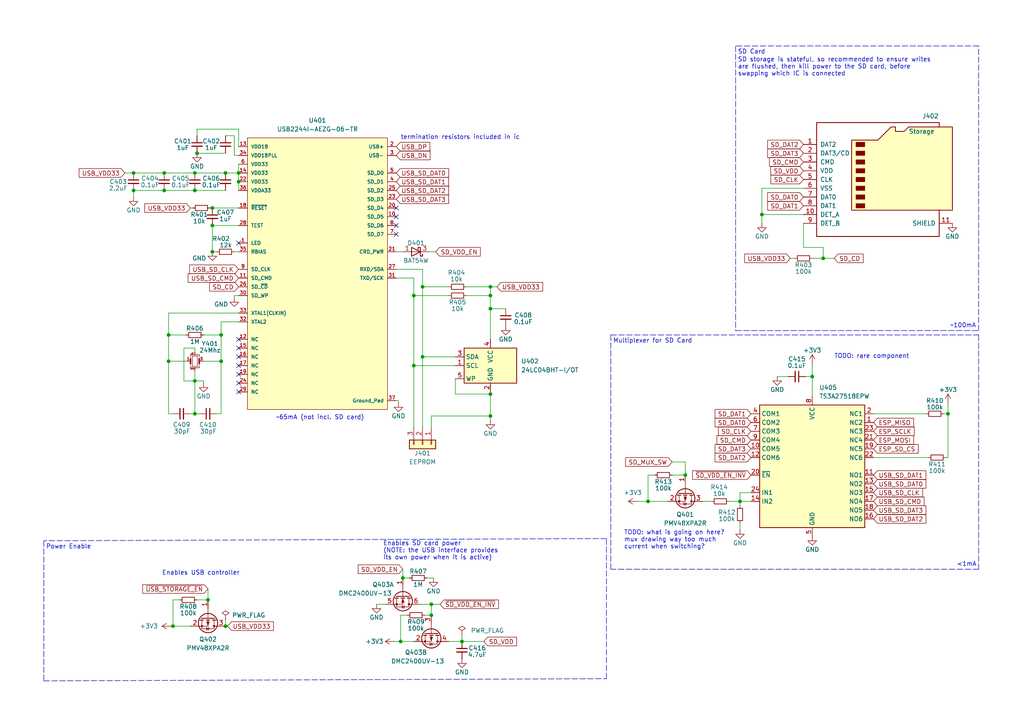
<source format=kicad_sch>
(kicad_sch (version 20211123) (generator eeschema)
  (paper "A4")
  (title_block (title "gay ipod storage + usb interface") (date "2022-09-04") (rev "1"))
  (lib_symbols
    (symbol "Analog_Switch:TS3A27518EPW"
      (property "Reference" "U" (at -13.97 19.05 0))
      (property "Value" "TS3A27518EPW" (at 8.89 19.05 0))
      (symbol "TS3A27518EPW_0_1"
        (rectangle (start 15.24 -17.78) (end -15.24 17.78) (stroke (width 0.254)) (fill (type background)))
      )
      (symbol "TS3A27518EPW_1_1"
        (pin bidirectional line (at 17.78 12.7 180) (length 2.54) (name "NC2") (number "1"))
        (pin bidirectional line (at -17.78 5.08 0) (length 2.54) (name "COM5") (number "10"))
        (pin bidirectional line (at 17.78 -2.54 180) (length 2.54) (name "NO1") (number "11"))
        (pin bidirectional line (at -17.78 2.54 0) (length 2.54) (name "COM6") (number "12"))
        (pin bidirectional line (at 17.78 -5.08 180) (length 2.54) (name "NO2") (number "13"))
        (pin input line (at -17.78 -10.16 0) (length 2.54) (name "IN2") (number "14"))
        (pin bidirectional line (at 17.78 -7.62 180) (length 2.54) (name "NO3") (number "15"))
        (pin bidirectional line (at 17.78 -15.24 180) (length 2.54) (name "NO6") (number "16"))
        (pin bidirectional line (at 17.78 -10.16 180) (length 2.54) (name "NO4") (number "17"))
        (pin bidirectional line (at 17.78 -12.7 180) (length 2.54) (name "NO5") (number "18"))
        (pin bidirectional line (at 17.78 5.08 180) (length 2.54) (name "NC5") (number "19"))
        (pin bidirectional line (at 17.78 15.24 180) (length 2.54) (name "NC1") (number "2"))
        (pin input line (at -17.78 -2.54 0) (length 2.54) (name "~{EN}") (number "20"))
        (pin bidirectional line (at 17.78 7.62 180) (length 2.54) (name "NC4") (number "21"))
        (pin bidirectional line (at 17.78 2.54 180) (length 2.54) (name "NC6") (number "22"))
        (pin bidirectional line (at 17.78 10.16 180) (length 2.54) (name "NC3") (number "23"))
        (pin input line (at -17.78 -7.62 0) (length 2.54) (name "IN1") (number "24"))
        (pin no_connect line (at -15.24 -15.24 0) (length 2.54) hide (name "N.C.") (number "3"))
        (pin bidirectional line (at -17.78 15.24 0) (length 2.54) (name "COM1") (number "4"))
        (pin power_in line (at 0 -20.32 90) (length 2.54) (name "GND") (number "5"))
        (pin bidirectional line (at -17.78 12.7 0) (length 2.54) (name "COM2") (number "6"))
        (pin bidirectional line (at -17.78 10.16 0) (length 2.54) (name "COM3") (number "7"))
        (pin power_in line (at 0 20.32 270) (length 2.54) (name "VCC") (number "8"))
        (pin bidirectional line (at -17.78 7.62 0) (length 2.54) (name "COM4") (number "9"))
      )
    )
    (symbol "Connector:Micro_SD_Card_Det_Hirose_DM3AT" (pin_names (offset 1.016))
      (property "Reference" "J" (at -16.51 17.78 0))
      (property "Value" "Micro_SD_Card_Det_Hirose_DM3AT" (at 16.51 17.78 0))
      (symbol "Micro_SD_Card_Det_Hirose_DM3AT_0_1"
        (rectangle (start -7.62 -6.985) (end -5.08 -8.255) (fill (type outline)))
        (rectangle (start -7.62 -4.445) (end -5.08 -5.715) (fill (type outline)))
        (rectangle (start -7.62 -1.905) (end -5.08 -3.175) (fill (type outline)))
        (rectangle (start -7.62 0.635) (end -5.08 -0.635) (fill (type outline)))
        (rectangle (start -7.62 3.175) (end -5.08 1.905) (fill (type outline)))
        (rectangle (start -7.62 5.715) (end -5.08 4.445) (fill (type outline)))
        (rectangle (start -7.62 8.255) (end -5.08 6.985) (fill (type outline)))
        (rectangle (start -7.62 10.795) (end -5.08 9.525) (fill (type outline)))
        (polyline (pts (xy 16.51 15.24) (xy 16.51 16.51) (xy -19.05 16.51) (xy -19.05 -16.51) (xy 16.51 -16.51) (xy 16.51 -8.89)) (stroke (width 0.254)))
        (polyline (pts (xy -8.89 -8.89) (xy -8.89 11.43) (xy -1.27 11.43) (xy 2.54 15.24) (xy 3.81 15.24) (xy 3.81 13.97) (xy 6.35 13.97) (xy 7.62 15.24) (xy 20.32 15.24) (xy 20.32 -8.89) (xy -8.89 -8.89)) (stroke (width 0.254)) (fill (type background)))
      )
      (symbol "Micro_SD_Card_Det_Hirose_DM3AT_1_1"
        (pin bidirectional line (at -22.86 10.16 0) (length 3.81) (name "DAT2") (number "1"))
        (pin passive line (at -22.86 -10.16 0) (length 3.81) (name "DET_A") (number "10"))
        (pin passive line (at 20.32 -12.7 180) (length 3.81) (name "SHIELD") (number "11"))
        (pin bidirectional line (at -22.86 7.62 0) (length 3.81) (name "DAT3/CD") (number "2"))
        (pin input line (at -22.86 5.08 0) (length 3.81) (name "CMD") (number "3"))
        (pin power_in line (at -22.86 2.54 0) (length 3.81) (name "VDD") (number "4"))
        (pin input line (at -22.86 0 0) (length 3.81) (name "CLK") (number "5"))
        (pin power_in line (at -22.86 -2.54 0) (length 3.81) (name "VSS") (number "6"))
        (pin bidirectional line (at -22.86 -5.08 0) (length 3.81) (name "DAT0") (number "7"))
        (pin bidirectional line (at -22.86 -7.62 0) (length 3.81) (name "DAT1") (number "8"))
        (pin passive line (at -22.86 -12.7 0) (length 3.81) (name "DET_B") (number "9"))
      )
    )
    (symbol "Connector_Generic:Conn_01x03" (pin_names (offset 1.016) hide)
      (property "Reference" "J" (at 0 5.08 0))
      (property "Value" "Conn_01x03" (at 0 -5.08 0))
      (symbol "Conn_01x03_1_1"
        (rectangle (start -1.27 -2.413) (end 0 -2.667) (stroke (width 0.1524)))
        (rectangle (start -1.27 0.127) (end 0 -0.127) (stroke (width 0.1524)))
        (rectangle (start -1.27 2.667) (end 0 2.413) (stroke (width 0.1524)))
        (rectangle (start -1.27 3.81) (end 1.27 -3.81) (stroke (width 0.254)) (fill (type background)))
        (pin passive line (at -5.08 2.54 0) (length 3.81) (name "Pin_1") (number "1"))
        (pin passive line (at -5.08 0 0) (length 3.81) (name "Pin_2") (number "2"))
        (pin passive line (at -5.08 -2.54 0) (length 3.81) (name "Pin_3") (number "3"))
      )
    )
    (symbol "Device:C_Small" (pin_numbers hide) (pin_names (offset 0.254) hide)
      (property "Reference" "C" (at 0.254 1.778 0))
      (property "Value" "C_Small" (at 0.254 -2.032 0))
      (symbol "C_Small_0_1"
        (polyline (pts (xy -1.524 -0.508) (xy 1.524 -0.508)) (stroke (width 0.3302)))
        (polyline (pts (xy -1.524 0.508) (xy 1.524 0.508)) (stroke (width 0.3048)))
      )
      (symbol "C_Small_1_1"
        (pin passive line (at 0 2.54 270) (length 2.032) (name "~") (number "1"))
        (pin passive line (at 0 -2.54 90) (length 2.032) (name "~") (number "2"))
      )
    )
    (symbol "Device:Crystal_GND24_Small" (pin_names (offset 1.016) hide)
      (property "Reference" "Y" (at 1.27 4.445 0))
      (property "Value" "Crystal_GND24_Small" (at 1.27 2.54 0))
      (symbol "Crystal_GND24_Small_0_1"
        (rectangle (start -0.762 -1.524) (end 0.762 1.524))
        (polyline (pts (xy -1.27 -0.762) (xy -1.27 0.762)) (stroke (width 0.381)))
        (polyline (pts (xy 1.27 -0.762) (xy 1.27 0.762)) (stroke (width 0.381)))
        (polyline (pts (xy -1.27 -1.27) (xy -1.27 -1.905) (xy 1.27 -1.905) (xy 1.27 -1.27)))
        (polyline (pts (xy -1.27 1.27) (xy -1.27 1.905) (xy 1.27 1.905) (xy 1.27 1.27)))
      )
      (symbol "Crystal_GND24_Small_1_1"
        (pin passive line (at -2.54 0 0) (length 1.27) (name "1") (number "1"))
        (pin passive line (at 0 -2.54 90) (length 0.635) (name "2") (number "2"))
        (pin passive line (at 2.54 0 180) (length 1.27) (name "3") (number "3"))
        (pin passive line (at 0 2.54 270) (length 0.635) (name "4") (number "4"))
      )
    )
    (symbol "Device:Q_PMOS_GSD" (pin_names (offset 0) hide)
      (property "Reference" "Q" (at 5.08 1.27 0))
      (property "Value" "Q_PMOS_GSD" (at 5.08 -1.27 0))
      (symbol "Q_PMOS_GSD_0_1"
        (polyline (pts (xy 0.254 0) (xy -2.54 0)))
        (polyline (pts (xy 0.254 1.905) (xy 0.254 -1.905)) (stroke (width 0.254)))
        (polyline (pts (xy 0.762 -1.27) (xy 0.762 -2.286)) (stroke (width 0.254)))
        (polyline (pts (xy 0.762 0.508) (xy 0.762 -0.508)) (stroke (width 0.254)))
        (polyline (pts (xy 0.762 2.286) (xy 0.762 1.27)) (stroke (width 0.254)))
        (polyline (pts (xy 2.54 2.54) (xy 2.54 1.778)))
        (polyline (pts (xy 2.54 -2.54) (xy 2.54 0) (xy 0.762 0)))
        (polyline (pts (xy 0.762 1.778) (xy 3.302 1.778) (xy 3.302 -1.778) (xy 0.762 -1.778)))
        (polyline (pts (xy 2.286 0) (xy 1.27 0.381) (xy 1.27 -0.381) (xy 2.286 0)) (fill (type outline)))
        (polyline (pts (xy 2.794 -0.508) (xy 2.921 -0.381) (xy 3.683 -0.381) (xy 3.81 -0.254)))
        (polyline (pts (xy 3.302 -0.381) (xy 2.921 0.254) (xy 3.683 0.254) (xy 3.302 -0.381)))
        (circle (center 1.651 0) (radius 2.794) (stroke (width 0.254)))
        (circle (center 2.54 -1.778) (radius 0.254) (fill (type outline)))
        (circle (center 2.54 1.778) (radius 0.254) (fill (type outline)))
      )
      (symbol "Q_PMOS_GSD_1_1"
        (pin input line (at -5.08 0 0) (length 2.54) (name "G") (number "1"))
        (pin passive line (at 2.54 -5.08 90) (length 2.54) (name "S") (number "2"))
        (pin passive line (at 2.54 5.08 270) (length 2.54) (name "D") (number "3"))
      )
    )
    (symbol "Device:R_Small" (pin_numbers hide) (pin_names (offset 0.254) hide)
      (property "Reference" "R" (at 0.762 0.508 0))
      (property "Value" "R_Small" (at 0.762 -1.016 0))
      (symbol "R_Small_0_1"
        (rectangle (start -0.762 1.778) (end 0.762 -1.778) (stroke (width 0.2032)))
      )
      (symbol "R_Small_1_1"
        (pin passive line (at 0 2.54 270) (length 0.762) (name "~") (number "1"))
        (pin passive line (at 0 -2.54 90) (length 0.762) (name "~") (number "2"))
      )
    )
    (symbol "Diode:BAT54W" (pin_names (offset 1.016) hide)
      (property "Reference" "D" (at 0 2.54 0))
      (property "Value" "BAT54W" (at 0 -2.54 0))
      (symbol "BAT54W_0_1"
        (polyline (pts (xy 1.27 0) (xy -1.27 0)))
        (polyline (pts (xy 1.27 1.27) (xy 1.27 -1.27) (xy -1.27 0) (xy 1.27 1.27)) (stroke (width 0.254)))
        (polyline (pts (xy -1.905 0.635) (xy -1.905 1.27) (xy -1.27 1.27) (xy -1.27 -1.27) (xy -0.635 -1.27) (xy -0.635 -0.635)) (stroke (width 0.254)))
      )
      (symbol "BAT54W_1_1"
        (pin passive line (at 3.81 0 180) (length 2.54) (name "A") (number "1"))
        (pin no_connect line (at 0 0 90) (length 2.54) hide (name "NC") (number "2"))
        (pin passive line (at -3.81 0 0) (length 2.54) (name "K") (number "3"))
      )
    )
    (symbol "Memory_EEPROM:24AA02-OT"
      (property "Reference" "U?" (at -8.89 1.2701 0))
      (property "Value" "24LC08BHT-I/OT " (at -8.89 -1.2699 0))
      (symbol "24AA02-OT_1_1"
        (rectangle (start -7.62 5.08) (end 7.62 -5.08) (stroke (width 0.254)) (fill (type background)))
        (pin input line (at 10.16 0 180) (length 2.54) (name "SCL") (number "1"))
        (pin power_in line (at 0 -7.62 90) (length 2.54) (name "GND") (number "2"))
        (pin bidirectional line (at 10.16 2.54 180) (length 2.54) (name "SDA") (number "3"))
        (pin power_in line (at 0 7.62 270) (length 2.54) (name "VCC") (number "4"))
        (pin input line (at 10.16 -3.81 180) (length 2.54) (name "WP") (number "5"))
      )
    )
    (symbol "Transistor_FET:DMC2053UVT" (pin_names hide)
      (property "Reference" "Q" (at 3.175 1.27 0))
      (property "Value" "DMC2053UVT" (at 3.175 -1.27 0))
      (symbol "DMC2053UVT_0_1"
        (circle (center -0.889 0) (radius 2.794) (stroke (width 0.254)))
        (circle (center 0 -1.778) (radius 0.254) (fill (type outline)))
        (polyline (pts (xy -2.286 0) (xy -5.08 0)))
        (polyline (pts (xy -2.286 1.905) (xy -2.286 -1.905)) (stroke (width 0.254)))
        (polyline (pts (xy -1.778 -1.27) (xy -1.778 -2.286)) (stroke (width 0.254)))
        (polyline (pts (xy -1.778 0.508) (xy -1.778 -0.508)) (stroke (width 0.254)))
        (polyline (pts (xy -1.778 2.286) (xy -1.778 1.27)) (stroke (width 0.254)))
        (polyline (pts (xy 0 2.54) (xy 0 1.778)))
        (polyline (pts (xy 0 -2.54) (xy 0 0) (xy -1.778 0)))
        (polyline (pts (xy -1.778 -1.778) (xy 0.762 -1.778) (xy 0.762 1.778) (xy -1.778 1.778)))
        (circle (center 0 1.778) (radius 0.254) (fill (type outline)))
      )
      (symbol "DMC2053UVT_1_1"
        (polyline (pts (xy -1.524 0) (xy -0.508 0.381) (xy -0.508 -0.381) (xy -1.524 0)) (fill (type outline)))
        (polyline (pts (xy 0.254 0.508) (xy 0.381 0.381) (xy 1.143 0.381) (xy 1.27 0.254)))
        (polyline (pts (xy 0.762 0.381) (xy 0.381 -0.254) (xy 1.143 -0.254) (xy 0.762 0.381)))
        (pin passive line (at -7.62 0 0) (length 2.54) (name "G") (number "1"))
        (pin passive line (at 0 -5.08 90) (length 2.54) (name "S") (number "5"))
        (pin passive line (at 0 5.08 270) (length 2.54) (name "D") (number "6"))
      )
      (symbol "DMC2053UVT_2_1"
        (polyline (pts (xy -0.254 0) (xy -1.27 0.381) (xy -1.27 -0.381) (xy -0.254 0)) (fill (type outline)))
        (polyline (pts (xy 0.254 -0.508) (xy 0.381 -0.381) (xy 1.143 -0.381) (xy 1.27 -0.254)))
        (polyline (pts (xy 0.762 -0.381) (xy 0.381 0.254) (xy 1.143 0.254) (xy 0.762 -0.381)))
        (pin passive line (at 0 -5.08 90) (length 2.54) (name "S") (number "2"))
        (pin passive line (at -7.62 0 0) (length 2.54) (name "G") (number "3"))
        (pin passive line (at 0 5.08 270) (length 2.54) (name "D") (number "4"))
      )
    )
    (symbol "power:+3V3" (power) (pin_names (offset 0))
      (property "Value" "+3V3" (at 0 3.556 0))
      (symbol "+3V3_0_1"
        (polyline (pts (xy -0.762 1.27) (xy 0 2.54)))
        (polyline (pts (xy 0 0) (xy 0 2.54)))
        (polyline (pts (xy 0 2.54) (xy 0.762 1.27)))
      )
      (symbol "+3V3_1_1"
        (pin power_in line (at 0 0 90) (length 0) hide (name "+3V3") (number "1"))
      )
    )
    (symbol "power:GND" (power) (pin_names (offset 0))
      (property "Value" "GND" (at 0 -3.81 0))
      (symbol "GND_0_1"
        (polyline (pts (xy 0 0) (xy 0 -1.27) (xy 1.27 -1.27) (xy 0 -2.54) (xy -1.27 -1.27) (xy 0 -1.27)))
      )
      (symbol "GND_1_1"
        (pin power_in line (at 0 0 270) (length 0) hide (name "GND") (number "1"))
      )
    )
    (symbol "power:PWR_FLAG" (power) (pin_numbers hide) (pin_names (offset 0) hide)
      (property "Value" "PWR_FLAG" (at 0 3.81 0))
      (symbol "PWR_FLAG_0_0"
        (pin power_out line (at 0 0 90) (length 0) (name "pwr") (number "1"))
      )
      (symbol "PWR_FLAG_0_1"
        (polyline (pts (xy 0 0) (xy 0 1.27) (xy -1.016 1.905) (xy 0 2.54) (xy 1.016 1.905) (xy 0 1.27)))
      )
    )
    (symbol "symbols:USB2244I-AEZG-06-TR" (pin_names (offset 1.016))
      (property "Reference" "U" (at 0 5.08 0))
      (property "Value" "USB2244I-AEZG-06-TR" (at 0 7.62 0))
      (symbol "USB2244I-AEZG-06-TR_1_1"
        (rectangle (start 5.08 2.54) (end 45.72 -76.2) (fill (type background)))
        (pin bidirectional line (at 2.54 -27.94 0) (length 2.54) (name "LED") (number "1"))
        (pin bidirectional line (at 48.26 -20.32 180) (length 2.54) (name "SD_D5") (number "10"))
        (pin bidirectional line (at 2.54 -38.1 0) (length 2.54) (name "SD_CMD") (number "11"))
        (pin passive line (at 2.54 -55.88 0) (length 2.54) (name "NC") (number "12"))
        (pin power_in line (at 2.54 0 0) (length 2.54) (name "VDD18") (number "13"))
        (pin power_in line (at 2.54 -7.62 0) (length 2.54) (name "VDD33") (number "14"))
        (pin passive line (at 2.54 -58.42 0) (length 2.54) (name "NC") (number "15"))
        (pin passive line (at 2.54 -60.96 0) (length 2.54) (name "NC") (number "16"))
        (pin passive line (at 2.54 -63.5 0) (length 2.54) (name "NC") (number "17"))
        (pin input line (at 2.54 -17.78 0) (length 2.54) (name "~{RESET}") (number "18"))
        (pin passive line (at 2.54 -66.04 0) (length 2.54) (name "NC") (number "19"))
        (pin bidirectional line (at 48.26 0 180) (length 2.54) (name "USB+") (number "2"))
        (pin bidirectional line (at 48.26 -17.78 180) (length 2.54) (name "SD_D4") (number "20"))
        (pin power_in line (at 48.26 -30.48 180) (length 2.54) (name "CRD_PWR") (number "21"))
        (pin power_in line (at 2.54 -10.16 0) (length 2.54) (name "VDD33") (number "22"))
        (pin bidirectional line (at 48.26 -15.24 180) (length 2.54) (name "SD_D3") (number "23"))
        (pin passive line (at 2.54 -68.58 0) (length 2.54) (name "NC") (number "24"))
        (pin bidirectional line (at 48.26 -12.7 180) (length 2.54) (name "SD_D2") (number "25"))
        (pin bidirectional line (at 2.54 -40.64 0) (length 2.54) (name "SD_~{CD}") (number "26"))
        (pin bidirectional line (at 48.26 -35.56 180) (length 2.54) (name "RXD/SDA") (number "27"))
        (pin input line (at 2.54 -22.86 0) (length 2.54) (name "TEST") (number "28"))
        (pin passive line (at 2.54 -71.12 0) (length 2.54) (name "NC") (number "29"))
        (pin bidirectional line (at 48.26 -2.54 180) (length 2.54) (name "USB-") (number "3"))
        (pin bidirectional line (at 2.54 -43.18 0) (length 2.54) (name "SD_WP") (number "30"))
        (pin output line (at 48.26 -38.1 180) (length 2.54) (name "TXD/SCK") (number "31"))
        (pin output line (at 2.54 -50.8 0) (length 2.54) (name "XTAL2") (number "32"))
        (pin input line (at 2.54 -48.26 0) (length 2.54) (name "XTAL1(CLKIN)") (number "33"))
        (pin power_in line (at 2.54 -2.54 0) (length 2.54) (name "VDD18PLL") (number "34"))
        (pin passive line (at 2.54 -30.48 0) (length 2.54) (name "RBIAS") (number "35"))
        (pin power_in line (at 2.54 -12.7 0) (length 2.54) (name "VDDA33") (number "36"))
        (pin power_in line (at 48.26 -73.66 180) (length 2.54) (name "Ground_Pad") (number "37"))
        (pin bidirectional line (at 48.26 -10.16 180) (length 2.54) (name "SD_D1") (number "4"))
        (pin bidirectional line (at 48.26 -7.62 180) (length 2.54) (name "SD_D0") (number "5"))
        (pin power_in line (at 2.54 -5.08 0) (length 2.54) (name "VDD33") (number "6"))
        (pin bidirectional line (at 48.26 -25.4 180) (length 2.54) (name "SD_D7") (number "7"))
        (pin bidirectional line (at 48.26 -22.86 180) (length 2.54) (name "SD_D6") (number "8"))
        (pin output line (at 2.54 -35.56 0) (length 2.54) (name "SD_CLK") (number "9"))
      )
    )
  )
  (junction (at 142.24 85.725))
  (junction (at 122.555 83.185))
  (junction (at 187.96 145.415))
  (junction (at 61.595 65.405))
  (junction (at 69.215 50.165))
  (junction (at 214.63 145.415))
  (junction (at 56.515 110.49))
  (junction (at 120.015 85.725))
  (junction (at 198.755 137.795))
  (junction (at 142.24 114.3))
  (junction (at 61.595 60.325))
  (junction (at 65.405 181.61))
  (junction (at 235.585 109.22))
  (junction (at 122.555 103.505))
  (junction (at 64.135 97.155))
  (junction (at 220.98 62.23))
  (junction (at 47.625 50.165))
  (junction (at 125.095 178.435))
  (junction (at 50.165 181.61))
  (junction (at 56.515 55.245))
  (junction (at 274.955 120.015))
  (junction (at 60.325 173.99))
  (junction (at 48.895 104.775))
  (junction (at 133.985 186.055))
  (junction (at 142.24 120.65))
  (junction (at 56.515 50.165))
  (junction (at 142.24 89.535))
  (junction (at 48.895 97.155))
  (junction (at 69.215 52.705))
  (junction (at 116.205 186.055))
  (junction (at 116.84 167.64))
  (junction (at 142.24 83.185))
  (junction (at 38.735 50.165))
  (junction (at 61.595 73.025))
  (junction (at 38.735 55.245))
  (junction (at 57.15 44.45))
  (junction (at 64.135 104.775))
  (junction (at 125.095 175.26))
  (junction (at 56.515 120.015))
  (junction (at 47.625 55.245))
  (junction (at 65.405 50.165))
  (junction (at 120.015 106.045))
  (junction (at 238.76 74.93))
  (no_connect (at 69.215 108.585))
  (no_connect (at 69.215 111.125))
  (no_connect (at 69.215 113.665))
  (no_connect (at 69.215 98.425))
  (no_connect (at 69.215 100.965))
  (no_connect (at 69.215 103.505))
  (no_connect (at 69.215 106.045))
  (no_connect (at 69.215 70.485))
  (no_connect (at 114.935 60.325))
  (no_connect (at 114.935 62.865))
  (no_connect (at 114.935 65.405))
  (no_connect (at 114.935 67.945))
  (wire (pts (xy 114.935 116.205) (xy 115.57 116.205)))
  (wire (pts (xy 120.015 106.045) (xy 120.015 123.825)))
  (wire (pts (xy 64.135 120.015) (xy 64.135 104.775)))
  (wire (pts (xy 64.135 93.345) (xy 64.135 97.155)))
  (wire (pts (xy 109.22 175.26) (xy 111.76 175.26)))
  (wire (pts (xy 57.15 173.99) (xy 60.325 173.99)))
  (wire (pts (xy 69.215 52.705) (xy 69.215 55.245)))
  (wire (pts (xy 116.84 165.1) (xy 116.84 167.64)))
  (wire (pts (xy 229.235 74.93) (xy 230.505 74.93)))
  (wire (pts (xy 133.985 184.15) (xy 133.985 186.055)))
  (wire (pts (xy 274.955 120.015) (xy 274.955 116.84)))
  (wire (pts (xy 238.76 71.755) (xy 238.76 74.93)))
  (wire (pts (xy 118.11 178.435) (xy 116.205 178.435)))
  (wire (pts (xy 233.68 109.22) (xy 235.585 109.22)))
  (wire (pts (xy 65.405 50.165) (xy 69.215 50.165)))
  (wire (pts (xy 187.96 145.415) (xy 193.675 145.415)))
  (wire (pts (xy 225.425 109.22) (xy 228.6 109.22)))
  (wire (pts (xy 55.245 120.015) (xy 56.515 120.015)))
  (wire (pts (xy 122.555 103.505) (xy 122.555 123.825)))
  (wire (pts (xy 114.3 186.055) (xy 116.205 186.055)))
  (wire (pts (xy 60.96 60.325) (xy 61.595 60.325)))
  (wire (pts (xy 121.92 175.26) (xy 125.095 175.26)))
  (wire (pts (xy 56.515 100.965) (xy 53.34 100.965)))
  (wire (pts (xy 116.84 73.025) (xy 114.935 73.025)))
  (wire (pts (xy 135.255 85.725) (xy 142.24 85.725)))
  (polyline (pts (xy 177.165 165.1) (xy 177.165 97.155)))
  (wire (pts (xy 194.945 133.985) (xy 198.755 133.985)))
  (wire (pts (xy 56.515 55.245) (xy 47.625 55.245)))
  (wire (pts (xy 274.955 132.715) (xy 274.955 120.015)))
  (wire (pts (xy 203.835 145.415) (xy 206.375 145.415)))
  (wire (pts (xy 135.255 83.185) (xy 142.24 83.185)))
  (wire (pts (xy 142.24 89.535) (xy 142.24 98.425)))
  (wire (pts (xy 274.32 132.715) (xy 274.955 132.715)))
  (wire (pts (xy 235.585 105.41) (xy 235.585 109.22)))
  (wire (pts (xy 67.945 85.725) (xy 67.945 86.36)))
  (wire (pts (xy 233.045 71.755) (xy 238.76 71.755)))
  (wire (pts (xy 132.08 103.505) (xy 122.555 103.505)))
  (wire (pts (xy 56.515 100.965) (xy 56.515 102.235)))
  (wire (pts (xy 220.98 62.23) (xy 220.98 64.77)))
  (wire (pts (xy 61.595 65.405) (xy 69.215 65.405)))
  (wire (pts (xy 61.595 73.025) (xy 62.865 73.025)))
  (wire (pts (xy 125.095 120.65) (xy 142.24 120.65)))
  (wire (pts (xy 273.685 120.015) (xy 274.955 120.015)))
  (wire (pts (xy 61.595 60.325) (xy 69.215 60.325)))
  (wire (pts (xy 118.745 167.64) (xy 116.84 167.64)))
  (wire (pts (xy 142.24 85.725) (xy 142.24 89.535)))
  (wire (pts (xy 132.08 109.855) (xy 132.08 114.3)))
  (wire (pts (xy 65.405 179.705) (xy 65.405 181.61)))
  (wire (pts (xy 67.945 39.37) (xy 65.405 39.37)))
  (polyline (pts (xy 175.895 156.21) (xy 12.7 156.845)))
  (wire (pts (xy 64.135 97.155) (xy 64.135 104.775)))
  (wire (pts (xy 116.205 186.055) (xy 120.015 186.055)))
  (wire (pts (xy 48.895 120.015) (xy 48.895 104.775)))
  (wire (pts (xy 198.755 133.985) (xy 198.755 137.795)))
  (wire (pts (xy 125.095 175.26) (xy 127.635 175.26)))
  (wire (pts (xy 142.24 89.535) (xy 146.685 89.535)))
  (wire (pts (xy 53.975 97.155) (xy 48.895 97.155)))
  (wire (pts (xy 120.015 85.725) (xy 130.175 85.725)))
  (wire (pts (xy 233.045 64.77) (xy 233.045 71.755)))
  (wire (pts (xy 122.555 83.185) (xy 122.555 78.105)))
  (wire (pts (xy 69.215 37.465) (xy 69.215 42.545)))
  (wire (pts (xy 69.215 90.805) (xy 48.895 90.805)))
  (wire (pts (xy 123.19 178.435) (xy 125.095 178.435)))
  (wire (pts (xy 115.57 116.205) (xy 115.57 116.84)))
  (wire (pts (xy 67.945 73.025) (xy 69.215 73.025)))
  (wire (pts (xy 187.96 137.795) (xy 189.865 137.795)))
  (wire (pts (xy 194.945 137.795) (xy 198.755 137.795)))
  (wire (pts (xy 233.045 54.61) (xy 220.98 54.61)))
  (wire (pts (xy 122.555 103.505) (xy 122.555 83.185)))
  (wire (pts (xy 133.985 186.055) (xy 140.335 186.055)))
  (wire (pts (xy 56.515 120.015) (xy 57.785 120.015)))
  (wire (pts (xy 60.325 170.815) (xy 60.325 173.99)))
  (wire (pts (xy 122.555 78.105) (xy 114.935 78.105)))
  (wire (pts (xy 65.405 55.245) (xy 56.515 55.245)))
  (wire (pts (xy 187.96 145.415) (xy 187.96 137.795)))
  (wire (pts (xy 59.055 104.775) (xy 64.135 104.775)))
  (wire (pts (xy 125.095 175.26) (xy 125.095 178.435)))
  (wire (pts (xy 47.625 50.165) (xy 56.515 50.165)))
  (polyline (pts (xy 213.36 13.335) (xy 213.36 95.885)))
  (wire (pts (xy 214.63 145.415) (xy 217.805 145.415)))
  (polyline (pts (xy 283.845 97.155) (xy 283.845 165.1)))
  (wire (pts (xy 125.095 123.825) (xy 125.095 120.65)))
  (wire (pts (xy 62.865 120.015) (xy 64.135 120.015)))
  (wire (pts (xy 59.055 110.49) (xy 56.515 110.49)))
  (wire (pts (xy 59.055 111.125) (xy 59.055 110.49)))
  (wire (pts (xy 120.015 106.045) (xy 132.08 106.045)))
  (wire (pts (xy 214.63 151.765) (xy 214.63 153.67)))
  (wire (pts (xy 214.63 142.875) (xy 217.805 142.875)))
  (wire (pts (xy 184.785 145.415) (xy 187.96 145.415)))
  (wire (pts (xy 235.585 109.22) (xy 235.585 114.935)))
  (wire (pts (xy 36.195 50.165) (xy 38.735 50.165)))
  (polyline (pts (xy 12.7 156.845) (xy 12.7 197.485)))
  (wire (pts (xy 220.98 62.23) (xy 233.045 62.23)))
  (wire (pts (xy 67.945 45.085) (xy 67.945 39.37)))
  (wire (pts (xy 53.34 110.49) (xy 56.515 110.49)))
  (wire (pts (xy 56.515 110.49) (xy 56.515 120.015)))
  (wire (pts (xy 120.015 80.645) (xy 120.015 85.725)))
  (polyline (pts (xy 12.7 197.485) (xy 175.895 196.85)))
  (wire (pts (xy 126.365 73.025) (xy 124.46 73.025)))
  (wire (pts (xy 38.735 55.245) (xy 38.735 57.15)))
  (wire (pts (xy 142.24 120.65) (xy 142.24 114.3)))
  (wire (pts (xy 59.055 97.155) (xy 64.135 97.155)))
  (wire (pts (xy 69.215 50.165) (xy 69.215 52.705)))
  (wire (pts (xy 48.895 104.775) (xy 53.975 104.775)))
  (wire (pts (xy 69.215 37.465) (xy 57.15 37.465)))
  (wire (pts (xy 55.245 60.325) (xy 55.88 60.325)))
  (polyline (pts (xy 175.895 196.85) (xy 175.895 156.21)))
  (wire (pts (xy 125.73 167.64) (xy 123.825 167.64)))
  (wire (pts (xy 122.555 83.185) (xy 130.175 83.185)))
  (wire (pts (xy 130.175 186.055) (xy 133.985 186.055)))
  (wire (pts (xy 48.895 97.155) (xy 48.895 104.775)))
  (polyline (pts (xy 283.845 13.335) (xy 213.36 13.335)))
  (wire (pts (xy 116.205 178.435) (xy 116.205 186.055)))
  (wire (pts (xy 66.04 181.61) (xy 65.405 181.61)))
  (wire (pts (xy 69.215 45.085) (xy 67.945 45.085)))
  (wire (pts (xy 50.165 181.61) (xy 55.245 181.61)))
  (wire (pts (xy 50.165 120.015) (xy 48.895 120.015)))
  (wire (pts (xy 220.98 54.61) (xy 220.98 62.23)))
  (wire (pts (xy 61.595 65.405) (xy 61.595 73.025)))
  (wire (pts (xy 211.455 145.415) (xy 214.63 145.415)))
  (wire (pts (xy 48.895 90.805) (xy 48.895 97.155)))
  (wire (pts (xy 69.215 85.725) (xy 67.945 85.725)))
  (wire (pts (xy 120.015 85.725) (xy 120.015 106.045)))
  (wire (pts (xy 53.34 100.965) (xy 53.34 110.49)))
  (wire (pts (xy 65.405 44.45) (xy 57.15 44.45)))
  (wire (pts (xy 69.215 47.625) (xy 69.215 50.165)))
  (wire (pts (xy 268.605 120.015) (xy 253.365 120.015)))
  (wire (pts (xy 57.15 37.465) (xy 57.15 39.37)))
  (polyline (pts (xy 213.36 95.885) (xy 283.845 95.885)))
  (polyline (pts (xy 283.845 95.885) (xy 283.845 13.335)))
  (wire (pts (xy 38.735 50.165) (xy 47.625 50.165)))
  (wire (pts (xy 214.63 142.875) (xy 214.63 145.415)))
  (polyline (pts (xy 283.845 165.1) (xy 177.165 165.1)))
  (wire (pts (xy 132.08 114.3) (xy 142.24 114.3)))
  (wire (pts (xy 269.24 132.715) (xy 253.365 132.715)))
  (wire (pts (xy 50.165 173.99) (xy 50.165 181.61)))
  (polyline (pts (xy 177.165 97.155) (xy 283.845 97.155)))
  (wire (pts (xy 56.515 107.315) (xy 56.515 110.49)))
  (wire (pts (xy 49.53 181.61) (xy 50.165 181.61)))
  (wire (pts (xy 52.07 173.99) (xy 50.165 173.99)))
  (wire (pts (xy 238.76 74.93) (xy 241.935 74.93)))
  (wire (pts (xy 142.24 83.185) (xy 142.24 85.725)))
  (wire (pts (xy 69.215 93.345) (xy 64.135 93.345)))
  (wire (pts (xy 114.935 80.645) (xy 120.015 80.645)))
  (wire (pts (xy 56.515 50.165) (xy 65.405 50.165)))
  (wire (pts (xy 235.585 74.93) (xy 238.76 74.93)))
  (wire (pts (xy 47.625 55.245) (xy 38.735 55.245)))
  (wire (pts (xy 142.24 83.185) (xy 144.145 83.185)))
  (wire (pts (xy 214.63 145.415) (xy 214.63 146.685)))
  (wire (pts (xy 142.24 114.3) (xy 142.24 113.665)))
  (wire (pts (xy 142.24 121.92) (xy 142.24 120.65)))
  (text "<1mA" (at 277.495 164.465 0) (effects (font (size 1.27 1.27)) (justify left bottom)))
  (text "~100mA" (at 275.59 95.25 0) (effects (font (size 1.27 1.27)) (justify left bottom)))
  (text "termination resistors included in ic" (at 116.205 40.64 0) (effects (font (size 1.27 1.27)) (justify left bottom)))
  (text "~65mA (not incl. SD card)" (at 80.01 121.92 0) (effects (font (size 1.27 1.27)) (justify left bottom)))
  (text "Enables USB controller" (at 46.99 167.005 0) (effects (font (size 1.27 1.27)) (justify left bottom)))
  (text "Multiplexer for SD Card" (at 177.8 99.695 0) (effects (font (size 1.27 1.27)) (justify left bottom)))
  (text "TODO: rare component" (at 241.935 104.14 0) (effects (font (size 1.27 1.27)) (justify left bottom)))
  (text "SD storage is stateful, so recommended to ensure writes\nare flushed, then kill power to the SD card, before\nswapping which IC is connected" (at 213.995 22.225 0) (effects (font (size 1.27 1.27)) (justify left bottom)))
  (text "SD Card" (at 213.995 15.875 0) (effects (font (size 1.27 1.27)) (justify left bottom)))
  (text "TODO: what is going on here?\nmux drawing way too much\ncurrent when switching?" (at 180.975 159.385 0) (effects (font (size 1.27 1.27)) (justify left bottom)))
  (text "Power Enable" (at 13.335 159.385 0) (effects (font (size 1.27 1.27)) (justify left bottom)))
  (text "Enables SD card power\n(NOTE: the USB interface provides\nits own power when it is active)" (at 111.125 162.56 0) (effects (font (size 1.27 1.27)) (justify left bottom)))
  (global_label "USB_SD_DAT0" (shape input) (at 253.365 140.335 0) (property "Intersheet References" "${INTERSHEET_REFS}" (effects hide)))
  (global_label "SD_DAT0" (shape input) (at 217.805 122.555 180) (property "Intersheet References" "${INTERSHEET_REFS}" (effects hide)))
  (global_label "ESP_MISO" (shape input) (at 253.365 122.555 0) (property "Intersheet References" "${INTERSHEET_REFS}" (effects hide)))
  (global_label "USB_SD_CLK" (shape input) (at 69.215 78.105 180) (property "Intersheet References" "${INTERSHEET_REFS}" (effects hide)))
  (global_label "USB_DP" (shape input) (at 114.935 42.545 0) (property "Intersheet References" "${INTERSHEET_REFS}" (effects hide)))
  (global_label "ESP_SD_CS" (shape input) (at 253.365 130.175 0) (property "Intersheet References" "${INTERSHEET_REFS}" (effects hide)))
  (global_label "SD_VDD" (shape input) (at 140.335 186.055 0) (property "Intersheet References" "${INTERSHEET_REFS}" (effects hide)))
  (global_label "USB_SD_DAT1" (shape input) (at 253.365 137.795 0) (property "Intersheet References" "${INTERSHEET_REFS}" (effects hide)))
  (global_label "SD_CMD" (shape input) (at 217.805 127.635 180) (property "Intersheet References" "${INTERSHEET_REFS}" (effects hide)))
  (global_label "USB_SD_DAT0" (shape input) (at 114.935 50.165 0) (property "Intersheet References" "${INTERSHEET_REFS}" (effects hide)))
  (global_label "SD_DAT2" (shape input) (at 233.045 41.91 180) (property "Intersheet References" "${INTERSHEET_REFS}" (effects hide)))
  (global_label "SD_DAT3" (shape input) (at 233.045 44.45 180) (property "Intersheet References" "${INTERSHEET_REFS}" (effects hide)))
  (global_label "SD_VDD" (shape input) (at 233.045 49.53 180) (property "Intersheet References" "${INTERSHEET_REFS}" (effects hide)))
  (global_label "SD_DAT0" (shape input) (at 233.045 57.15 180) (property "Intersheet References" "${INTERSHEET_REFS}" (effects hide)))
  (global_label "~{USB_STORAGE_EN}" (shape input) (at 60.325 170.815 180) (property "Intersheet References" "${INTERSHEET_REFS}" (effects hide)))
  (global_label "USB_SD_CLK" (shape input) (at 253.365 142.875 0) (property "Intersheet References" "${INTERSHEET_REFS}" (effects hide)))
  (global_label "USB_SD_DAT1" (shape input) (at 114.935 52.705 0) (property "Intersheet References" "${INTERSHEET_REFS}" (effects hide)))
  (global_label "USB_DN" (shape input) (at 114.935 45.085 0) (property "Intersheet References" "${INTERSHEET_REFS}" (effects hide)))
  (global_label "SD_DAT3" (shape input) (at 217.805 130.175 180) (property "Intersheet References" "${INTERSHEET_REFS}" (effects hide)))
  (global_label "USB_SD_DAT2" (shape input) (at 114.935 55.245 0) (property "Intersheet References" "${INTERSHEET_REFS}" (effects hide)))
  (global_label "SD_DAT2" (shape input) (at 217.805 132.715 180) (property "Intersheet References" "${INTERSHEET_REFS}" (effects hide)))
  (global_label "SD_VDD_EN" (shape input) (at 116.84 165.1 180) (property "Intersheet References" "${INTERSHEET_REFS}" (effects hide)))
  (global_label "USB_SD_CMD" (shape input) (at 253.365 145.415 0) (property "Intersheet References" "${INTERSHEET_REFS}" (effects hide)))
  (global_label "USB_VDD33" (shape input) (at 36.195 50.165 180) (property "Intersheet References" "${INTERSHEET_REFS}" (effects hide)))
  (global_label "SD_DAT1" (shape input) (at 233.045 59.69 180) (property "Intersheet References" "${INTERSHEET_REFS}" (effects hide)))
  (global_label "USB_SD_CMD" (shape input) (at 69.215 80.645 180) (property "Intersheet References" "${INTERSHEET_REFS}" (effects hide)))
  (global_label "SD_VDD_EN" (shape input) (at 126.365 73.025 0) (property "Intersheet References" "${INTERSHEET_REFS}" (effects hide)))
  (global_label "SD_CD" (shape input) (at 69.215 83.185 180) (property "Intersheet References" "${INTERSHEET_REFS}" (effects hide)))
  (global_label "ESP_MOSI" (shape input) (at 253.365 127.635 0) (property "Intersheet References" "${INTERSHEET_REFS}" (effects hide)))
  (global_label "SD_CMD" (shape input) (at 233.045 46.99 180) (property "Intersheet References" "${INTERSHEET_REFS}" (effects hide)))
  (global_label "USB_VDD33" (shape input) (at 66.04 181.61 0) (property "Intersheet References" "${INTERSHEET_REFS}" (effects hide)))
  (global_label "SD_CLK" (shape input) (at 217.805 125.095 180) (property "Intersheet References" "${INTERSHEET_REFS}" (effects hide)))
  (global_label "SD_MUX_SW" (shape input) (at 194.945 133.985 180) (property "Intersheet References" "${INTERSHEET_REFS}" (effects hide)))
  (global_label "USB_VDD33" (shape input) (at 229.235 74.93 180) (property "Intersheet References" "${INTERSHEET_REFS}" (effects hide)))
  (global_label "SD_CLK" (shape input) (at 233.045 52.07 180) (property "Intersheet References" "${INTERSHEET_REFS}" (effects hide)))
  (global_label "USB_SD_DAT3" (shape input) (at 253.365 147.955 0) (property "Intersheet References" "${INTERSHEET_REFS}" (effects hide)))
  (global_label "SD_CD" (shape input) (at 241.935 74.93 0) (property "Intersheet References" "${INTERSHEET_REFS}" (effects hide)))
  (global_label "~{SD_VDD_EN_INV}" (shape input) (at 217.805 137.795 180) (property "Intersheet References" "${INTERSHEET_REFS}" (effects hide)))
  (global_label "USB_SD_DAT3" (shape input) (at 114.935 57.785 0) (property "Intersheet References" "${INTERSHEET_REFS}" (effects hide)))
  (global_label "USB_VDD33" (shape input) (at 144.145 83.185 0) (property "Intersheet References" "${INTERSHEET_REFS}" (effects hide)))
  (global_label "USB_VDD33" (shape input) (at 55.245 60.325 180) (property "Intersheet References" "${INTERSHEET_REFS}" (effects hide)))
  (global_label "ESP_SCLK" (shape input) (at 253.365 125.095 0) (property "Intersheet References" "${INTERSHEET_REFS}" (effects hide)))
  (global_label "SD_DAT1" (shape input) (at 217.805 120.015 180) (property "Intersheet References" "${INTERSHEET_REFS}" (effects hide)))
  (global_label "~{SD_VDD_EN_INV}" (shape input) (at 127.635 175.26 0) (property "Intersheet References" "${INTERSHEET_REFS}" (effects hide)))
  (global_label "USB_SD_DAT2" (shape input) (at 253.365 150.495 0) (property "Intersheet References" "${INTERSHEET_REFS}" (effects hide)))
  (symbol (lib_id "Device:C_Small") (at 65.405 52.705 0) (unit 1)
    (property "Reference" "C406" (at 61.2775 51.7525 0))
    (property "Value" "0.1uF" (at 61.2775 53.6575 0))
    (property "Footprint" "Capacitor_SMD:C_0603_1608Metric" (effects hide))
    (property "PN" "EMK107BJ104KAHT" (effects hide))
  )
  (symbol (lib_id "power:GND") (at 133.985 191.135 0) (unit 1)
    (property "Reference" "#PWR0423" (effects hide))
    (property "Value" "GND" (at 133.985 194.945 0))
  )
  (symbol (lib_id "power:GND") (at 125.73 167.64 0) (unit 1)
    (property "Reference" "#PWR0401" (effects hide))
    (property "Value" "GND" (at 125.73 171.45 0))
  )
  (symbol (lib_id "power:GND") (at 146.685 94.615 0) (mirror y) (unit 1)
    (property "Reference" "#PWR0406" (effects hide))
    (property "Value" "GND" (at 146.685 98.425 0))
  )
  (symbol (lib_id "Device:R_Small") (at 208.915 145.415 270) (mirror x) (unit 1)
    (property "Reference" "R414" (at 208.5975 141.2875 90))
    (property "Value" "10k" (at 208.5975 143.1925 90))
    (property "Footprint" "Resistor_SMD:R_0603_1608Metric" (effects hide))
    (property "PN" "AC0603JR-0710KL" (effects hide))
  )
  (symbol (lib_id "Analog_Switch:TS3A27518EPW") (at 235.585 135.255 0) (unit 1)
    (property "Reference" "U405" (at 237.6044 112.395 0) (effects (justify left)))
    (property "Value" "TS3A27518EPW" (at 237.6044 114.935 0) (effects (justify left)))
    (property "Footprint" "Package_SO:TSSOP-24_4.4x7.8mm_P0.65mm" (effects hide))
    (property "Datasheet" "http://www.ti.com/lit/ds/symlink/ts3a27518e.pdf" (effects hide))
    (property "PN" "TS3A27518EPW" (effects hide))
  )
  (symbol (lib_id "Device:C_Small") (at 133.985 188.595 0) (unit 1)
    (property "Reference" "C416" (at 138.43 187.96 0))
    (property "Value" "4.7uF" (at 138.43 189.865 0))
    (property "Footprint" "Capacitor_SMD:C_0805_2012Metric" (effects hide))
    (property "PN" "EMK212BJ475KD-T" (effects hide))
  )
  (symbol (lib_id "Transistor_FET:DMC2053UVT") (at 116.84 175.26 270) (unit 1)
    (property "Reference" "Q403" (at 111.125 169.545 90))
    (property "Value" " DMC2400UV-13" (at 105.41 172.085 90))
    (property "Footprint" "Package_TO_SOT_SMD:SOT-563" (effects hide))
    (property "PN" "DMC2400UV-13" (effects hide))
  )
  (symbol (lib_id "power:GND") (at 57.15 44.45 0) (unit 1)
    (property "Reference" "#PWR0402" (effects hide))
    (property "Value" "GND" (at 57.15 48.26 0))
  )
  (symbol (lib_id "Device:C_Small") (at 231.14 109.22 270) (unit 1)
    (property "Reference" "C415" (at 231.14 104.14 90))
    (property "Value" "0.1uF" (at 231.14 106.045 90))
    (property "Footprint" "Capacitor_SMD:C_0805_2012Metric" (effects hide))
    (property "PN" "0805YD104KAT2A" (effects hide))
  )
  (symbol (lib_id "power:GND") (at 59.055 111.125 0) (unit 1)
    (property "Reference" "#PWR0408" (effects hide))
    (property "Value" "GND" (at 59.055 114.935 0))
  )
  (symbol (lib_id "power:GND") (at 109.22 175.26 0) (unit 1)
    (property "Reference" "#PWR0407" (effects hide))
    (property "Value" "GND" (at 109.22 179.07 0))
  )
  (symbol (lib_id "Transistor_FET:DMC2053UVT") (at 125.095 186.055 270) (unit 2)
    (property "Reference" "Q403" (at 120.65 189.23 90))
    (property "Value" " DMC2400UV-13" (at 120.65 191.77 90))
    (property "Footprint" "Package_TO_SOT_SMD:SOT-563" (effects hide))
    (property "PN" "DMC2400UV-13" (effects hide))
  )
  (symbol (lib_id "power:GND") (at 214.63 153.67 0) (unit 1)
    (property "Reference" "#PWR0426" (effects hide))
    (property "Value" "GND" (at 214.63 157.48 0))
  )
  (symbol (lib_id "Device:C_Small") (at 38.735 52.705 0) (mirror y) (unit 1)
    (property "Reference" "C403" (at 34.29 52.705 0))
    (property "Value" "2.2uF" (at 34.29 54.61 0))
    (property "Footprint" "Capacitor_SMD:C_0805_2012Metric" (effects hide))
    (property "PN" "EMK212BJ225KGHT" (effects hide))
  )
  (symbol (lib_id "symbols:USB2244I-AEZG-06-TR") (at 66.675 42.545 0) (unit 1)
    (property "Reference" "U401" (at 92.075 34.925 0))
    (property "Value" "USB2244I-AEZG-06-TR" (at 92.075 37.465 0))
    (property "Footprint" "Package_DFN_QFN:QFN-36-1EP_6x6mm_P0.5mm_EP3.7x3.7mm_ThermalVias" (effects hide))
    (property "Datasheet" "http://ww1.microchip.com/downloads/en/DeviceDoc/00001979A.pdf" (effects hide))
    (property "PN" "USB2244I-AEZG-06-TR" (effects hide))
    (property "ambient temperature range high" "+85°C" (effects hide))
    (property "ambient temperature range low" "-40°C" (effects hide))
    (property "automotive" "No" (effects hide))
    (property "category" "IC" (effects hide))
    (property "data rate" "35Mbits/s" (effects hide))
    (property "device class L1" "Integrated Circuits (ICs)" (effects hide))
    (property "device class L2" "Interface ICs" (effects hide))
    (property "device class L3" "USB Interface ICs" (effects hide))
    (property "digikey description" "IC USB FLASH MEDIA CTRLR 36QFN" (effects hide))
    (property "digikey part number" "USB2244I-AEZG-06-CT-ND" (effects hide))
    (property "height" "0.9mm" (effects hide))
    (property "interface" "SPI,UART,USB" (effects hide))
    (property "ipc land pattern name" "QFN50P600X600X85-36" (effects hide))
    (property "lead free" "Yes" (effects hide))
    (property "library id" "fe3a9a0d2a70fba9" (effects hide))
    (property "manufacturer" "Microchip" (effects hide))
    (property "max supply voltage" "3.6V" (effects hide))
    (property "min supply voltage" "3V" (effects hide))
    (property "mouser description" "USB Interface IC USB 2.0 SD/MMC Flash Media Contrl" (effects hide))
    (property "mouser part number" "579-USB2244IAEZG06TR" (effects hide))
    (property "nominal supply current" "80-135mA" (effects hide))
    (property "package" "QFN36" (effects hide))
    (property "rohs" "Yes" (effects hide))
    (property "standoff height" "0mm" (effects hide))
    (property "temperature range high" "+85°C" (effects hide))
    (property "temperature range low" "-40°C" (effects hide))
    (property "usb standard" "USB 2.0" (effects hide))
  )
  (symbol (lib_id "power:+3V3") (at 49.53 181.61 90) (unit 1)
    (property "Reference" "#PWR0421" (effects hide))
    (property "Value" "+3V3" (at 43.18 181.61 90))
  )
  (symbol (lib_id "Device:C_Small") (at 65.405 41.91 0) (unit 1)
    (property "Reference" "C402" (at 61.2775 40.9575 0))
    (property "Value" "1uF" (at 61.2775 42.8625 0))
    (property "Footprint" "Capacitor_SMD:C_0603_1608Metric" (effects hide))
    (property "PN" "EMK107BJ105MAHT" (effects hide))
  )
  (symbol (lib_id "power:GND") (at 225.425 109.22 0) (unit 1)
    (property "Reference" "#PWR0418" (effects hide))
    (property "Value" "GND" (at 225.425 113.03 0))
  )
  (symbol (lib_id "Device:C_Small") (at 61.595 62.865 0) (unit 1)
    (property "Reference" "C407" (at 65.405 61.595 0))
    (property "Value" "1uF" (at 65.405 63.5 0))
    (property "Footprint" "Capacitor_SMD:C_0603_1608Metric" (effects hide))
    (property "PN" "EMK107BJ105MAHT" (effects hide))
  )
  (symbol (lib_id "Device:R_Small") (at 271.145 120.015 90) (unit 1)
    (property "Reference" "R410" (at 271.145 116.205 90))
    (property "Value" "100k" (at 271.145 118.11 90))
    (property "Footprint" "Resistor_SMD:R_0603_1608Metric" (effects hide))
    (property "PN" "SDR03EZPD1003" (effects hide))
  )
  (symbol (lib_id "power:GND") (at 142.24 121.92 0) (unit 1)
    (property "Reference" "#PWR0410" (effects hide))
    (property "Value" "GND" (at 142.24 125.73 0))
  )
  (symbol (lib_id "Device:Q_PMOS_GSD") (at 60.325 179.07 270) (unit 1)
    (property "Reference" "Q402" (at 60.325 185.42 90))
    (property "Value" "PMV48XPA2R" (at 60.325 187.96 90))
    (property "Footprint" "Package_TO_SOT_SMD:SOT-23" (effects hide))
    (property "PN" "PMV48XPA2R" (effects hide))
  )
  (symbol (lib_id "Device:R_Small") (at 192.405 137.795 90) (unit 1)
    (property "Reference" "R413" (at 192.405 139.7 90))
    (property "Value" "100k" (at 192.405 141.605 90))
    (property "Footprint" "Resistor_SMD:R_0603_1608Metric" (effects hide))
    (property "PN" "RC0603JR-10100KL" (effects hide))
  )
  (symbol (lib_id "Device:C_Small") (at 47.625 52.705 0) (unit 1)
    (property "Reference" "C404" (at 43.4975 51.7525 0))
    (property "Value" "0.1uF" (at 43.4975 53.6575 0))
    (property "Footprint" "Capacitor_SMD:C_0603_1608Metric" (effects hide))
    (property "PN" "EMK107BJ104KAHT" (effects hide))
  )
  (symbol (lib_id "Device:R_Small") (at 132.715 83.185 270) (mirror x) (unit 1)
    (property "Reference" "R404" (at 132.3975 79.0575 90))
    (property "Value" "10k" (at 132.3975 80.9625 90))
    (property "Footprint" "Resistor_SMD:R_0603_1608Metric" (effects hide))
    (property "PN" "AC0603JR-0710KL" (effects hide))
  )
  (symbol (lib_id "power:+3V3") (at 274.955 116.84 0) (unit 1)
    (property "Reference" "#PWR0411" (effects hide))
    (property "Value" "+3V3" (at 274.955 113.03 0))
  )
  (symbol (lib_id "Device:R_Small") (at 233.045 74.93 90) (unit 1)
    (property "Reference" "R403" (at 233.045 76.835 90))
    (property "Value" "100k" (at 233.045 78.74 90))
    (property "Footprint" "Resistor_SMD:R_0603_1608Metric" (effects hide))
    (property "PN" "RC0603JR-10100KL" (effects hide))
  )
  (symbol (lib_id "Device:Q_PMOS_GSD") (at 198.755 142.875 270) (unit 1)
    (property "Reference" "Q401" (at 198.755 149.225 90))
    (property "Value" "PMV48XPA2R" (at 198.755 151.765 90))
    (property "Footprint" "Package_TO_SOT_SMD:SOT-23" (effects hide))
    (property "PN" "PMV48XPA2R" (effects hide))
  )
  (symbol (lib_id "power:GND") (at 276.225 64.77 0) (unit 1)
    (property "Reference" "#PWR0119" (effects hide))
    (property "Value" "GND" (at 276.225 68.58 0))
  )
  (symbol (lib_id "Connector_Generic:Conn_01x03") (at 122.555 128.905 270) (unit 1) (in_bom no)
    (property "Reference" "J401" (at 122.555 131.445 90))
    (property "Value" "EEPROM" (at 122.555 133.985 90))
    (property "Footprint" "footprints:eeprom_flash" (effects hide))
  )
  (symbol (lib_id "Diode:BAT54W") (at 120.65 73.025 180) (unit 1)
    (property "Reference" "D401" (at 120.65 70.485 0))
    (property "Value" "BAT54W" (at 120.65 75.565 0))
    (property "Footprint" "Package_TO_SOT_SMD:SOT-323_SC-70" (effects hide))
    (property "Datasheet" "https://assets.nexperia.com/documents/data-sheet/BAT54W_SER.pdf" (effects hide))
    (property "PN" "BAT54W" (effects hide))
  )
  (symbol (lib_id "power:+3V3") (at 184.785 145.415 90) (unit 1)
    (property "Reference" "#PWR0412" (effects hide))
    (property "Value" "+3V3" (at 183.515 142.875 90))
  )
  (symbol (lib_id "Device:R_Small") (at 65.405 73.025 90) (unit 1)
    (property "Reference" "R402" (at 66.675 69.215 90) (effects (justify left)))
    (property "Value" "12k" (at 67.31 71.12 90) (effects (justify left)))
    (property "Footprint" "Resistor_SMD:R_0603_1608Metric" (effects hide))
    (property "PN" "AC0603FR-1012KL" (effects hide))
  )
  (symbol (lib_id "power:PWR_FLAG") (at 133.985 184.15 0) (unit 1)
    (property "Reference" "#FLG0106" (effects hide))
    (property "Value" "PWR_FLAG" (at 136.525 182.8799 0) (effects (justify left)))
  )
  (symbol (lib_id "Device:R_Small") (at 132.715 85.725 90) (mirror x) (unit 1)
    (property "Reference" "R405" (at 132.715 87.63 90))
    (property "Value" "10k" (at 132.715 89.535 90))
    (property "Footprint" "Resistor_SMD:R_0603_1608Metric" (effects hide))
    (property "PN" "AC0603JR-0710KL" (effects hide))
  )
  (symbol (lib_id "Device:R_Small") (at 54.61 173.99 90) (unit 1)
    (property "Reference" "R408" (at 54.61 175.895 90))
    (property "Value" "100k" (at 54.61 177.8 90))
    (property "Footprint" "Resistor_SMD:R_0603_1608Metric" (effects hide))
    (property "PN" "RC0603JR-10100KL" (effects hide))
  )
  (symbol (lib_id "Device:R_Small") (at 214.63 149.225 0) (unit 1)
    (property "Reference" "R412" (at 210.82 148.59 0))
    (property "Value" "100k" (at 210.82 150.495 0))
    (property "Footprint" "Resistor_SMD:R_0603_1608Metric" (effects hide))
    (property "PN" "SDR03EZPD1003" (effects hide))
  )
  (symbol (lib_id "power:GND") (at 38.735 57.15 0) (unit 1)
    (property "Reference" "#PWR0403" (effects hide))
    (property "Value" "GND" (at 38.735 60.96 0))
  )
  (symbol (lib_id "Device:R_Small") (at 58.42 60.325 90) (mirror x) (unit 1)
    (property "Reference" "R401" (at 57.785 62.23 90))
    (property "Value" "10k" (at 57.785 64.135 90))
    (property "Footprint" "Resistor_SMD:R_0603_1608Metric" (effects hide))
    (property "PN" "AC0603JR-0710KL" (effects hide))
  )
  (symbol (lib_id "Connector:Micro_SD_Card_Det_Hirose_DM3AT") (at 255.905 52.07 0) (unit 1)
    (property "Reference" "J402" (at 269.875 33.655 0))
    (property "Value" "Storage" (at 267.335 38.1 0))
    (property "Footprint" "Connector_Card:microSD_HC_Hirose_DM3AT-SF-PEJM5" (effects hide))
    (property "Datasheet" "https://www.hirose.com/product/en/download_file/key_name/DM3/category/Catalog/doc_file_id/49662/?file_category_id=4&item_id=195&is_series=1" (effects hide))
    (property "PN" "DM3AT-SF-PEJM5" (effects hide))
  )
  (symbol (lib_id "Memory_EEPROM:24AA02-OT") (at 142.24 106.045 0) (mirror y) (unit 1)
    (property "Reference" "U402" (at 151.13 104.7749 0) (effects (justify right)))
    (property "Value" "24LC04BHT-I/OT " (at 151.13 107.315 0) (effects (justify right)))
    (property "Footprint" "Package_TO_SOT_SMD:SOT-23-5" (effects hide))
    (property "Datasheet" "http://ww1.microchip.com/downloads/en/DeviceDoc/21709J.pdf" (effects hide))
    (property "PN" "24LC04BHT-I/OT " (effects hide))
  )
  (symbol (lib_id "Device:Crystal_GND24_Small") (at 56.515 104.775 0) (unit 1)
    (property "Reference" "Y401" (at 58.42 99.695 0) (effects (justify left)))
    (property "Value" "24Mhz" (at 57.785 101.6 0) (effects (justify left)))
    (property "Footprint" "Crystal:Crystal_SMD_3225-4Pin_3.2x2.5mm" (effects hide))
    (property "PN" "ECS-240-18-33-JGN-TR3" (effects hide))
  )
  (symbol (lib_id "power:PWR_FLAG") (at 65.405 179.705 0) (unit 1)
    (property "Reference" "#FLG0107" (effects hide))
    (property "Value" "PWR_FLAG" (at 67.31 178.4349 0) (effects (justify left)))
  )
  (symbol (lib_id "Device:R_Small") (at 271.78 132.715 270) (unit 1)
    (property "Reference" "R411" (at 271.78 134.62 90))
    (property "Value" "100k" (at 271.78 136.525 90))
    (property "Footprint" "Resistor_SMD:R_0603_1608Metric" (effects hide))
    (property "PN" "SDR03EZPD1003" (effects hide))
  )
  (symbol (lib_id "power:+3V3") (at 235.585 105.41 0) (unit 1)
    (property "Reference" "#PWR0417" (effects hide))
    (property "Value" "+3V3" (at 235.585 101.6 0))
  )
  (symbol (lib_id "Device:R_Small") (at 56.515 97.155 90) (unit 1)
    (property "Reference" "R406" (at 56.515 95.25 90))
    (property "Value" "1M" (at 56.515 99.06 90))
    (property "Footprint" "Resistor_SMD:R_0603_1608Metric" (effects hide))
    (property "PN" "AC0603FR-131ML" (effects hide))
  )
  (symbol (lib_id "power:GND") (at 61.595 73.025 0) (unit 1)
    (property "Reference" "#PWR0404" (effects hide))
    (property "Value" "GND" (at 57.785 74.93 0))
  )
  (symbol (lib_id "Device:R_Small") (at 121.285 167.64 90) (unit 1)
    (property "Reference" "R407" (at 121.285 165.735 90))
    (property "Value" "1M" (at 121.285 169.545 90))
    (property "Footprint" "Resistor_SMD:R_0603_1608Metric" (effects hide))
    (property "PN" "AC0603FR-131ML" (effects hide))
  )
  (symbol (lib_id "power:+3V3") (at 114.3 186.055 90) (unit 1)
    (property "Reference" "#PWR0422" (effects hide))
    (property "Value" "+3V3" (at 108.585 186.055 90))
  )
  (symbol (lib_id "power:GND") (at 67.945 86.36 0) (unit 1)
    (property "Reference" "#PWR0405" (effects hide))
    (property "Value" "GND" (at 64.135 88.265 0))
  )
  (symbol (lib_id "Device:C_Small") (at 56.515 52.705 0) (unit 1)
    (property "Reference" "C405" (at 52.3875 51.7525 0))
    (property "Value" "0.1uF" (at 52.3875 53.6575 0))
    (property "Footprint" "Capacitor_SMD:C_0603_1608Metric" (effects hide))
    (property "PN" "EMK107BJ104KAHT" (effects hide))
  )
  (symbol (lib_id "Device:R_Small") (at 120.65 178.435 90) (unit 1)
    (property "Reference" "R409" (at 120.65 180.34 90))
    (property "Value" "100k" (at 120.65 182.245 90))
    (property "Footprint" "Resistor_SMD:R_0603_1608Metric" (effects hide))
    (property "PN" "RC0603JR-10100KL" (effects hide))
  )
  (symbol (lib_id "Device:C_Small") (at 52.705 120.015 90) (unit 1)
    (property "Reference" "C409" (at 55.245 123.19 90) (effects (justify left)))
    (property "Value" "30pF" (at 55.245 125.095 90) (effects (justify left)))
    (property "Footprint" "Capacitor_SMD:C_0603_1608Metric" (effects hide))
    (property "PN" "C0603C300K1HACTU" (effects hide))
  )
  (symbol (lib_id "power:GND") (at 115.57 116.84 0) (unit 1)
    (property "Reference" "#PWR0409" (effects hide))
    (property "Value" "GND" (at 115.57 120.65 0))
  )
  (symbol (lib_id "Device:C_Small") (at 146.685 92.075 0) (mirror y) (unit 1)
    (property "Reference" "C408" (at 151.765 91.44 0))
    (property "Value" "0.1uF" (at 151.765 93.345 0))
    (property "Footprint" "Capacitor_SMD:C_0805_2012Metric" (effects hide))
    (property "PN" "0805YD104KAT2A" (effects hide))
  )
  (symbol (lib_id "power:GND") (at 235.585 155.575 0) (unit 1)
    (property "Reference" "#PWR0427" (effects hide))
    (property "Value" "GND" (at 235.585 159.385 0))
  )
  (symbol (lib_id "Device:C_Small") (at 60.325 120.015 90) (unit 1)
    (property "Reference" "C410" (at 62.865 123.19 90) (effects (justify left)))
    (property "Value" "30pF" (at 62.865 125.095 90) (effects (justify left)))
    (property "Footprint" "Capacitor_SMD:C_0603_1608Metric" (effects hide))
    (property "PN" "C0603C300K1HACTU" (effects hide))
  )
  (symbol (lib_id "power:GND") (at 220.98 64.77 0) (unit 1)
    (property "Reference" "#PWR0124" (effects hide))
    (property "Value" "GND" (at 220.98 68.58 0))
  )
  (symbol (lib_id "Device:C_Small") (at 57.15 41.91 0) (unit 1)
    (property "Reference" "C401" (at 53.0225 40.9575 0))
    (property "Value" "1uF" (at 53.0225 42.8625 0))
    (property "Footprint" "Capacitor_SMD:C_0603_1608Metric" (effects hide))
    (property "PN" "EMK107BJ105MAHT" (effects hide))
  )
)
</source>
